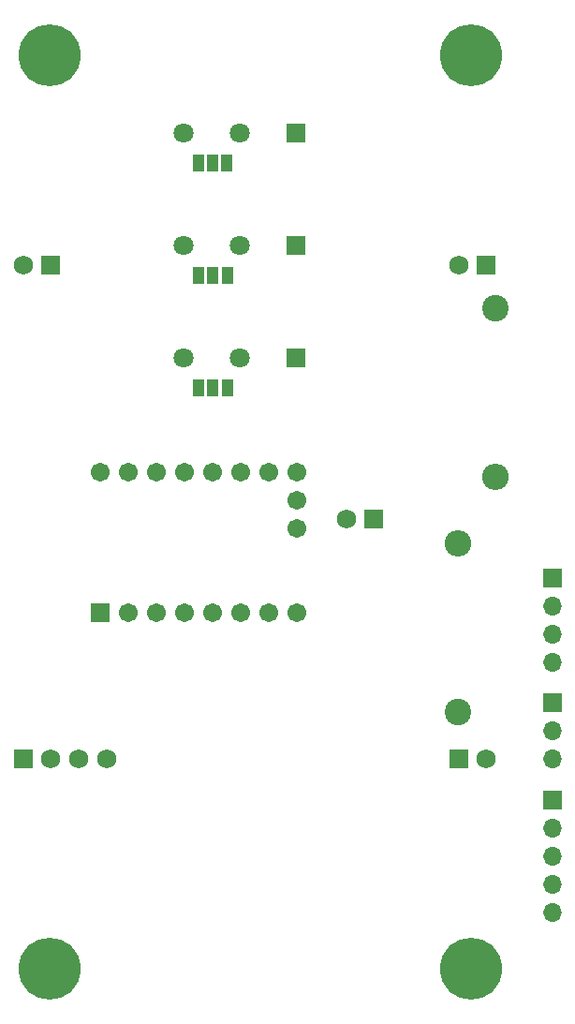
<source format=gbr>
%TF.GenerationSoftware,KiCad,Pcbnew,7.0.10-7.0.10~ubuntu22.04.1*%
%TF.CreationDate,2025-01-30T16:33:20-05:00*%
%TF.ProjectId,CoreIO,436f7265-494f-42e6-9b69-6361645f7063,rev?*%
%TF.SameCoordinates,Original*%
%TF.FileFunction,Soldermask,Bot*%
%TF.FilePolarity,Negative*%
%FSLAX46Y46*%
G04 Gerber Fmt 4.6, Leading zero omitted, Abs format (unit mm)*
G04 Created by KiCad (PCBNEW 7.0.10-7.0.10~ubuntu22.04.1) date 2025-01-30 16:33:20*
%MOMM*%
%LPD*%
G01*
G04 APERTURE LIST*
G04 Aperture macros list*
%AMRoundRect*
0 Rectangle with rounded corners*
0 $1 Rounding radius*
0 $2 $3 $4 $5 $6 $7 $8 $9 X,Y pos of 4 corners*
0 Add a 4 corners polygon primitive as box body*
4,1,4,$2,$3,$4,$5,$6,$7,$8,$9,$2,$3,0*
0 Add four circle primitives for the rounded corners*
1,1,$1+$1,$2,$3*
1,1,$1+$1,$4,$5*
1,1,$1+$1,$6,$7*
1,1,$1+$1,$8,$9*
0 Add four rect primitives between the rounded corners*
20,1,$1+$1,$2,$3,$4,$5,0*
20,1,$1+$1,$4,$5,$6,$7,0*
20,1,$1+$1,$6,$7,$8,$9,0*
20,1,$1+$1,$8,$9,$2,$3,0*%
G04 Aperture macros list end*
%ADD10R,1.700000X1.700000*%
%ADD11O,1.700000X1.700000*%
%ADD12C,3.600000*%
%ADD13C,5.600000*%
%ADD14R,1.750000X1.750000*%
%ADD15C,1.750000*%
%ADD16R,1.800000X1.800000*%
%ADD17C,1.800000*%
%ADD18RoundRect,0.102000X0.754000X-0.754000X0.754000X0.754000X-0.754000X0.754000X-0.754000X-0.754000X0*%
%ADD19C,1.712000*%
%ADD20C,2.400000*%
%ADD21O,2.400000X2.400000*%
%ADD22R,1.000000X1.500000*%
G04 APERTURE END LIST*
D10*
%TO.C,J5*%
X174210000Y-100970000D03*
D11*
X174210000Y-103510000D03*
X174210000Y-106050000D03*
X174210000Y-108590000D03*
%TD*%
D12*
%TO.C,H4*%
X128821044Y-136276378D03*
D13*
X128821044Y-136276378D03*
%TD*%
D14*
%TO.C,J2*%
X128910400Y-72665000D03*
D15*
X126410400Y-72665000D03*
%TD*%
D16*
%TO.C,S1*%
X151023176Y-81059176D03*
D17*
X145943176Y-81059176D03*
X140863176Y-81059176D03*
%TD*%
D14*
%TO.C,J3*%
X168255000Y-72665000D03*
D15*
X165755000Y-72665000D03*
%TD*%
D16*
%TO.C,S2*%
X151023058Y-70888941D03*
D17*
X145943058Y-70888941D03*
X140863058Y-70888941D03*
%TD*%
D12*
%TO.C,H3*%
X166909025Y-53739054D03*
D13*
X166909025Y-53739054D03*
%TD*%
D10*
%TO.C,Pyro2*%
X174223940Y-121061705D03*
D11*
X174223940Y-123601705D03*
X174223940Y-126141705D03*
X174223940Y-128681705D03*
X174223940Y-131221705D03*
%TD*%
D14*
%TO.C,J4*%
X165755000Y-117348410D03*
D15*
X168255000Y-117348410D03*
%TD*%
D14*
%TO.C,J1*%
X126410400Y-117348410D03*
D15*
X128910400Y-117348410D03*
X131410400Y-117348410D03*
X133910400Y-117348410D03*
%TD*%
D18*
%TO.C,U1*%
X133350000Y-104140000D03*
D19*
X135890000Y-104140000D03*
X138430000Y-104140000D03*
X140970000Y-104140000D03*
X143510000Y-104140000D03*
X146050000Y-104140000D03*
X148590000Y-104140000D03*
X151130000Y-104140000D03*
X133350000Y-91440000D03*
X135890000Y-91440000D03*
X138430000Y-91440000D03*
X140970000Y-91440000D03*
X143510000Y-91440000D03*
X146050000Y-91440000D03*
X148590000Y-91440000D03*
X151130000Y-91440000D03*
X151130000Y-96520000D03*
X151130000Y-93980000D03*
%TD*%
D12*
%TO.C,H2*%
X166902698Y-136268782D03*
D13*
X166902698Y-136268782D03*
%TD*%
D16*
%TO.C,S3*%
X151059176Y-60762470D03*
D17*
X145979176Y-60762470D03*
X140899176Y-60762470D03*
%TD*%
D12*
%TO.C,H1*%
X128816000Y-53739054D03*
D13*
X128816000Y-53739054D03*
%TD*%
D10*
%TO.C,Stepper2*%
X174223940Y-112241705D03*
D11*
X174223940Y-114781705D03*
X174223940Y-117321705D03*
%TD*%
D14*
%TO.C,BT1*%
X158095000Y-95610000D03*
D15*
X155595000Y-95610000D03*
%TD*%
D20*
%TO.C,R4*%
X165658800Y-113080800D03*
D21*
X165658800Y-97840800D03*
%TD*%
D22*
%TO.C,JP3*%
X144810000Y-63500000D03*
X143510000Y-63500000D03*
X142210000Y-63500000D03*
%TD*%
%TO.C,JP2*%
X144840000Y-73660000D03*
X143540000Y-73660000D03*
X142240000Y-73660000D03*
%TD*%
D20*
%TO.C,R3*%
X169113200Y-76606400D03*
D21*
X169113200Y-91846400D03*
%TD*%
D22*
%TO.C,JP1*%
X144840000Y-83820000D03*
X143540000Y-83820000D03*
X142240000Y-83820000D03*
%TD*%
M02*

</source>
